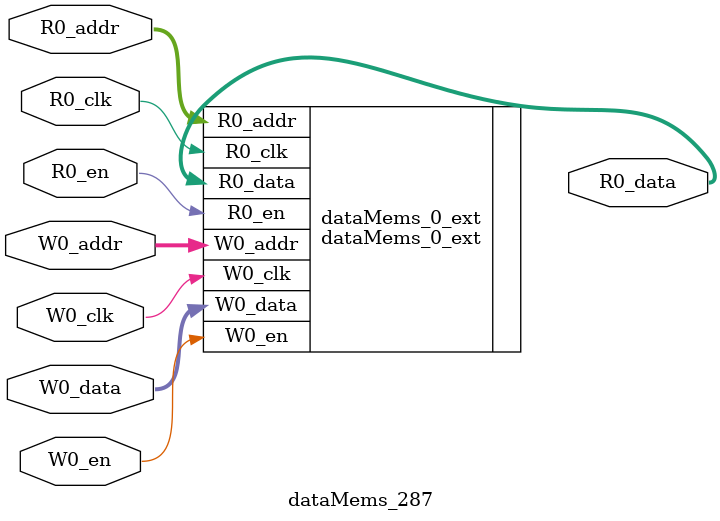
<source format=sv>
`ifndef RANDOMIZE
  `ifdef RANDOMIZE_REG_INIT
    `define RANDOMIZE
  `endif // RANDOMIZE_REG_INIT
`endif // not def RANDOMIZE
`ifndef RANDOMIZE
  `ifdef RANDOMIZE_MEM_INIT
    `define RANDOMIZE
  `endif // RANDOMIZE_MEM_INIT
`endif // not def RANDOMIZE

`ifndef RANDOM
  `define RANDOM $random
`endif // not def RANDOM

// Users can define 'PRINTF_COND' to add an extra gate to prints.
`ifndef PRINTF_COND_
  `ifdef PRINTF_COND
    `define PRINTF_COND_ (`PRINTF_COND)
  `else  // PRINTF_COND
    `define PRINTF_COND_ 1
  `endif // PRINTF_COND
`endif // not def PRINTF_COND_

// Users can define 'ASSERT_VERBOSE_COND' to add an extra gate to assert error printing.
`ifndef ASSERT_VERBOSE_COND_
  `ifdef ASSERT_VERBOSE_COND
    `define ASSERT_VERBOSE_COND_ (`ASSERT_VERBOSE_COND)
  `else  // ASSERT_VERBOSE_COND
    `define ASSERT_VERBOSE_COND_ 1
  `endif // ASSERT_VERBOSE_COND
`endif // not def ASSERT_VERBOSE_COND_

// Users can define 'STOP_COND' to add an extra gate to stop conditions.
`ifndef STOP_COND_
  `ifdef STOP_COND
    `define STOP_COND_ (`STOP_COND)
  `else  // STOP_COND
    `define STOP_COND_ 1
  `endif // STOP_COND
`endif // not def STOP_COND_

// Users can define INIT_RANDOM as general code that gets injected into the
// initializer block for modules with registers.
`ifndef INIT_RANDOM
  `define INIT_RANDOM
`endif // not def INIT_RANDOM

// If using random initialization, you can also define RANDOMIZE_DELAY to
// customize the delay used, otherwise 0.002 is used.
`ifndef RANDOMIZE_DELAY
  `define RANDOMIZE_DELAY 0.002
`endif // not def RANDOMIZE_DELAY

// Define INIT_RANDOM_PROLOG_ for use in our modules below.
`ifndef INIT_RANDOM_PROLOG_
  `ifdef RANDOMIZE
    `ifdef VERILATOR
      `define INIT_RANDOM_PROLOG_ `INIT_RANDOM
    `else  // VERILATOR
      `define INIT_RANDOM_PROLOG_ `INIT_RANDOM #`RANDOMIZE_DELAY begin end
    `endif // VERILATOR
  `else  // RANDOMIZE
    `define INIT_RANDOM_PROLOG_
  `endif // RANDOMIZE
`endif // not def INIT_RANDOM_PROLOG_

// Include register initializers in init blocks unless synthesis is set
`ifndef SYNTHESIS
  `ifndef ENABLE_INITIAL_REG_
    `define ENABLE_INITIAL_REG_
  `endif // not def ENABLE_INITIAL_REG_
`endif // not def SYNTHESIS

// Include rmemory initializers in init blocks unless synthesis is set
`ifndef SYNTHESIS
  `ifndef ENABLE_INITIAL_MEM_
    `define ENABLE_INITIAL_MEM_
  `endif // not def ENABLE_INITIAL_MEM_
`endif // not def SYNTHESIS

module dataMems_287(	// @[generators/ara/src/main/scala/UnsafeAXI4ToTL.scala:365:62]
  input  [4:0]  R0_addr,
  input         R0_en,
  input         R0_clk,
  output [66:0] R0_data,
  input  [4:0]  W0_addr,
  input         W0_en,
  input         W0_clk,
  input  [66:0] W0_data
);

  dataMems_0_ext dataMems_0_ext (	// @[generators/ara/src/main/scala/UnsafeAXI4ToTL.scala:365:62]
    .R0_addr (R0_addr),
    .R0_en   (R0_en),
    .R0_clk  (R0_clk),
    .R0_data (R0_data),
    .W0_addr (W0_addr),
    .W0_en   (W0_en),
    .W0_clk  (W0_clk),
    .W0_data (W0_data)
  );
endmodule


</source>
